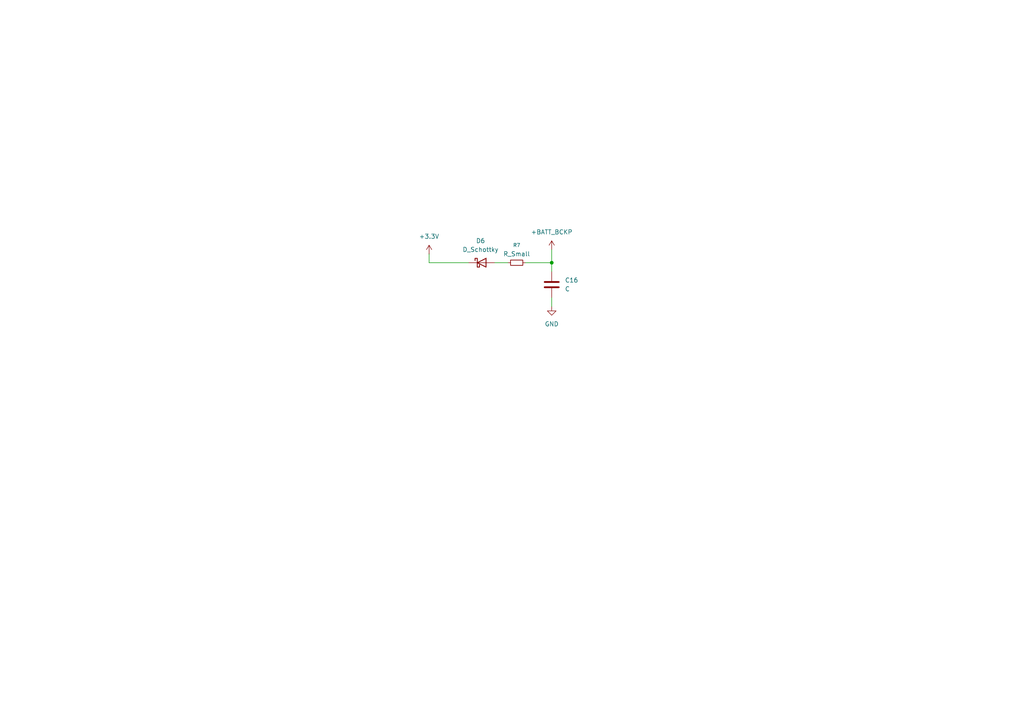
<source format=kicad_sch>
(kicad_sch (version 20250114) (generator "eeschema") (generator_version "9.0")
  (paper "A4")
  (lib_symbols
    (symbol "Device:C" (pin_numbers (hide yes)) (pin_names (offset 0.254))
      (property "Reference" "C" (at 0.635 2.54 0))
      (property "Value" "C" (at 0.635 -2.54 0))
      (symbol "C_0_1"
        (polyline (pts (xy -2.032 0.762) (xy 2.032 0.762)) (stroke (width 0.508)))
        (polyline (pts (xy -2.032 -0.762) (xy 2.032 -0.762)) (stroke (width 0.508)))
      )
      (symbol "C_1_1"
        (pin passive line (at 0 3.81 270) (length 2.794) (name "~") (number "1"))
        (pin passive line (at 0 -3.81 90) (length 2.794) (name "~") (number "2"))
      )
    )
    (symbol "Device:D_Schottky" (pin_numbers (hide yes)) (pin_names (offset 1.016) (hide yes))
      (property "Reference" "D" (at 0 2.54 0))
      (property "Value" "D_Schottky" (at 0 -2.54 0))
      (symbol "D_Schottky_0_1"
        (polyline (pts (xy -1.905 0.635) (xy -1.905 1.27) (xy -1.27 1.27) (xy -1.27 -1.27) (xy -0.635 -1.27) (xy -0.635 -0.635)) (stroke (width 0.254)))
        (polyline (pts (xy 1.27 1.27) (xy 1.27 -1.27) (xy -1.27 0) (xy 1.27 1.27)) (stroke (width 0.254)))
        (polyline (pts (xy 1.27 0) (xy -1.27 0)))
      )
      (symbol "D_Schottky_1_1"
        (pin passive line (at -3.81 0 0) (length 2.54) (name "K") (number "1"))
        (pin passive line (at 3.81 0 180) (length 2.54) (name "A") (number "2"))
      )
    )
    (symbol "Device:R_Small" (pin_numbers (hide yes)) (pin_names (offset 0.254) (hide yes))
      (property "Reference" "R" (at 0 0 90))
      (property "Value" "R_Small" (at 1.778 0 90))
      (symbol "R_Small_0_1"
        (rectangle (start -0.762 1.778) (end 0.762 -1.778) (stroke (width 0.2032)))
      )
      (symbol "R_Small_1_1"
        (pin passive line (at 0 2.54 270) (length 0.762) (name "~") (number "1"))
        (pin passive line (at 0 -2.54 90) (length 0.762) (name "~") (number "2"))
      )
    )
    (symbol "power:+3.3V" (power) (pin_numbers (hide yes)) (pin_names (offset 0) (hide yes))
      (property "Value" "+3.3V" (at 0 3.556 0))
      (symbol "+3.3V_0_1"
        (polyline (pts (xy -0.762 1.27) (xy 0 2.54)))
        (polyline (pts (xy 0 2.54) (xy 0.762 1.27)))
        (polyline (pts (xy 0 0) (xy 0 2.54)))
      )
      (symbol "+3.3V_1_1"
        (pin power_in line (at 0 0 90) (length 0) (name "~") (number "1"))
      )
    )
    (symbol "power:+BATT" (power) (pin_numbers (hide yes)) (pin_names (offset 0) (hide yes))
      (property "Value" "+BATT" (at 0 3.556 0))
      (symbol "+BATT_0_1"
        (polyline (pts (xy -0.762 1.27) (xy 0 2.54)))
        (polyline (pts (xy 0 2.54) (xy 0.762 1.27)))
        (polyline (pts (xy 0 0) (xy 0 2.54)))
      )
      (symbol "+BATT_1_1"
        (pin power_in line (at 0 0 90) (length 0) (name "~") (number "1"))
      )
    )
    (symbol "power:GND" (power) (pin_numbers (hide yes)) (pin_names (offset 0) (hide yes))
      (property "Value" "GND" (at 0 -3.81 0))
      (symbol "GND_0_1"
        (polyline (pts (xy 0 0) (xy 0 -1.27) (xy 1.27 -1.27) (xy 0 -2.54) (xy -1.27 -1.27) (xy 0 -1.27)))
      )
      (symbol "GND_1_1"
        (pin power_in line (at 0 0 270) (length 0) (name "~") (number "1"))
      )
    )
  )
  (junction (at 160.02 76.2))
  (wire (pts (xy 160.02 86.36) (xy 160.02 88.9)))
  (wire (pts (xy 160.02 76.2) (xy 160.02 78.74)))
  (wire (pts (xy 124.46 73.66) (xy 124.46 76.2)))
  (wire (pts (xy 160.02 72.39) (xy 160.02 76.2)))
  (wire (pts (xy 143.51 76.2) (xy 147.32 76.2)))
  (wire (pts (xy 124.46 76.2) (xy 135.89 76.2)))
  (wire (pts (xy 152.4 76.2) (xy 160.02 76.2)))
  (symbol (lib_id "power:GND") (at 160.02 88.9 0) (unit 1)
    (property "Reference" "#PWR043" (effects (hide yes)))
    (property "Value" "GND" (at 160.02 93.98 0))
    (property "Description" "Power symbol creates a global label with name \"GND\" , ground" (effects (hide yes)))
  )
  (symbol (lib_id "Device:C") (at 160.02 82.55 0) (unit 1)
    (property "Reference" "C16" (at 163.83 81.2799 0) (effects (justify left)))
    (property "Value" "C" (at 163.83 83.8199 0) (effects (justify left)))
    (property "Description" "Unpolarized capacitor" (effects (hide yes)))
  )
  (symbol (lib_id "power:+BATT") (at 160.02 72.39 0) (unit 1)
    (property "Reference" "#PWR042" (effects (hide yes)))
    (property "Value" "+BATT_BCKP" (at 160.02 67.31 0))
    (property "Description" "Power symbol creates a global label with name \"+BATT\"" (effects (hide yes)))
  )
  (symbol (lib_id "Device:R_Small") (at 149.86 76.2 90) (unit 1)
    (property "Reference" "R7" (at 149.86 71.12 90) (effects (font (size 1.016 1.016))))
    (property "Value" "R_Small" (at 149.86 73.66 90))
    (property "Description" "Resistor, small symbol" (effects (hide yes)))
  )
  (symbol (lib_id "power:+3.3V") (at 124.46 73.66 0) (unit 1)
    (property "Reference" "#PWR041" (effects (hide yes)))
    (property "Value" "+3.3V" (at 124.46 68.58 0))
    (property "Description" "Power symbol creates a global label with name \"+3.3V\"" (effects (hide yes)))
  )
  (symbol (lib_id "Device:D_Schottky") (at 139.7 76.2 0) (unit 1)
    (property "Reference" "D6" (at 139.3825 69.85 0))
    (property "Value" "D_Schottky" (at 139.3825 72.39 0))
    (property "Description" "Schottky diode" (effects (hide yes)))
  )
)
</source>
